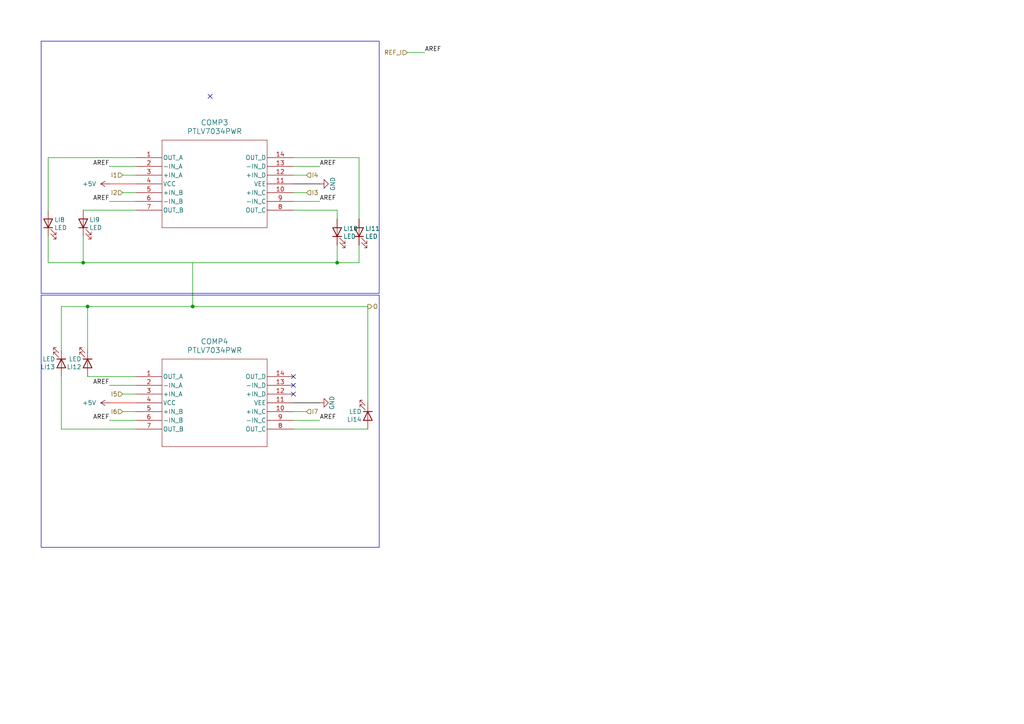
<source format=kicad_sch>
(kicad_sch (version 20231120) (generator "eeschema") (generator_version "8.0")
  (paper "A4")
  (title_block (title "BUCKY LIGHT") (date "2024-05-09") (rev "V1") (company "koen1711"))
  (lib_symbols
    (symbol "ANALOG_COMP:PTLV7034PWR" (pin_names (offset 0.254))
      (property "Reference" "U" (at 22.86 10.16 0))
      (property "Value" "PTLV7034PWR" (at 22.86 7.62 0))
      (symbol "PTLV7034PWR_0_1"
        (polyline (pts (xy 7.62 -20.32) (xy 38.1 -20.32)) (stroke (width 0.127)))
        (polyline (pts (xy 7.62 5.08) (xy 7.62 -20.32)) (stroke (width 0.127)))
        (polyline (pts (xy 38.1 -20.32) (xy 38.1 5.08)) (stroke (width 0.127)))
        (polyline (pts (xy 38.1 5.08) (xy 7.62 5.08)) (stroke (width 0.127)))
        (pin output line (at 0 0 0) (length 7.62) (name "OUT_A") (number "1"))
        (pin input line (at 45.72 -10.16 180) (length 7.62) (name "+IN_C") (number "10"))
        (pin power_in line (at 45.72 -7.62 180) (length 7.62) (name "VEE") (number "11"))
        (pin input line (at 45.72 -5.08 180) (length 7.62) (name "+IN_D") (number "12"))
        (pin input line (at 45.72 -2.54 180) (length 7.62) (name "-IN_D") (number "13"))
        (pin output line (at 45.72 0 180) (length 7.62) (name "OUT_D") (number "14"))
        (pin input line (at 0 -2.54 0) (length 7.62) (name "-IN_A") (number "2"))
        (pin input line (at 0 -5.08 0) (length 7.62) (name "+IN_A") (number "3"))
        (pin power_in line (at 0 -7.62 0) (length 7.62) (name "VCC") (number "4"))
        (pin input line (at 0 -10.16 0) (length 7.62) (name "+IN_B") (number "5"))
        (pin input line (at 0 -12.7 0) (length 7.62) (name "-IN_B") (number "6"))
        (pin output line (at 0 -15.24 0) (length 7.62) (name "OUT_B") (number "7"))
        (pin output line (at 45.72 -15.24 180) (length 7.62) (name "OUT_C") (number "8"))
        (pin input line (at 45.72 -12.7 180) (length 7.62) (name "-IN_C") (number "9"))
      )
    )
    (symbol "Device:LED" (pin_numbers hide) (pin_names (offset 1.016) hide)
      (property "Reference" "D" (at 0 2.54 0))
      (property "Value" "LED" (at 0 -2.54 0))
      (symbol "LED_0_1"
        (polyline (pts (xy -1.27 -1.27) (xy -1.27 1.27)) (stroke (width 0.254)))
        (polyline (pts (xy -1.27 0) (xy 1.27 0)))
        (polyline (pts (xy 1.27 -1.27) (xy 1.27 1.27) (xy -1.27 0) (xy 1.27 -1.27)) (stroke (width 0.254)))
        (polyline (pts (xy -3.048 -0.762) (xy -4.572 -2.286) (xy -3.81 -2.286) (xy -4.572 -2.286) (xy -4.572 -1.524)))
        (polyline (pts (xy -1.778 -0.762) (xy -3.302 -2.286) (xy -2.54 -2.286) (xy -3.302 -2.286) (xy -3.302 -1.524)))
      )
      (symbol "LED_1_1"
        (pin passive line (at -3.81 0 0) (length 2.54) (name "K") (number "1"))
        (pin passive line (at 3.81 0 180) (length 2.54) (name "A") (number "2"))
      )
    )
    (symbol "power:+5V" (power) (pin_numbers hide) (pin_names (offset 0) hide)
      (property "Value" "+5V" (at 0 3.556 0))
      (symbol "+5V_0_1"
        (polyline (pts (xy -0.762 1.27) (xy 0 2.54)))
        (polyline (pts (xy 0 0) (xy 0 2.54)))
        (polyline (pts (xy 0 2.54) (xy 0.762 1.27)))
      )
      (symbol "+5V_1_1"
        (pin power_in line (at 0 0 90) (length 0) (name "~") (number "1"))
      )
    )
    (symbol "power:GND" (power) (pin_numbers hide) (pin_names (offset 0) hide)
      (property "Value" "GND" (at 0 -3.81 0))
      (symbol "GND_0_1"
        (polyline (pts (xy 0 0) (xy 0 -1.27) (xy 1.27 -1.27) (xy 0 -2.54) (xy -1.27 -1.27) (xy 0 -1.27)))
      )
      (symbol "GND_1_1"
        (pin power_in line (at 0 0 270) (length 0) (name "~") (number "1"))
      )
    )
  )
  (junction (at 25.4 88.9))
  (junction (at 24.13 76.2))
  (junction (at 97.79 76.2))
  (junction (at 55.88 88.9))
  (no_connect (at 85.09 111.76))
  (no_connect (at 85.09 114.3))
  (no_connect (at 60.96 27.94))
  (no_connect (at 85.09 109.22))
  (wire (pts (xy 118.11 15.24) (xy 123.19 15.24)))
  (wire (pts (xy 31.75 58.42) (xy 39.37 58.42)))
  (wire (pts (xy 104.14 71.12) (xy 104.14 76.2)))
  (wire (pts (xy 31.75 111.76) (xy 39.37 111.76)))
  (wire (pts (xy 39.37 60.96) (xy 24.13 60.96)))
  (wire (pts (xy 31.75 53.34) (xy 39.37 53.34)) (stroke (width 0) (color 255 0 0 1)))
  (wire (pts (xy 88.9 50.8) (xy 85.09 50.8)))
  (wire (pts (xy 17.78 124.46) (xy 17.78 109.22)))
  (wire (pts (xy 97.79 60.96) (xy 97.79 63.5)))
  (wire (pts (xy 35.56 55.88) (xy 39.37 55.88)))
  (wire (pts (xy 104.14 45.72) (xy 104.14 63.5)))
  (wire (pts (xy 92.71 121.92) (xy 85.09 121.92)))
  (wire (pts (xy 92.71 48.26) (xy 85.09 48.26)))
  (wire (pts (xy 31.75 48.26) (xy 39.37 48.26)))
  (wire (pts (xy 55.88 76.2) (xy 55.88 88.9)))
  (wire (pts (xy 85.09 60.96) (xy 97.79 60.96)))
  (wire (pts (xy 85.09 124.46) (xy 106.68 124.46)))
  (wire (pts (xy 17.78 101.6) (xy 17.78 88.9)))
  (wire (pts (xy 106.68 88.9) (xy 106.68 116.84)))
  (wire (pts (xy 31.75 116.84) (xy 39.37 116.84)) (stroke (width 0) (color 255 0 0 1)))
  (wire (pts (xy 24.13 68.58) (xy 24.13 76.2)))
  (wire (pts (xy 35.56 50.8) (xy 39.37 50.8)))
  (wire (pts (xy 17.78 124.46) (xy 39.37 124.46)))
  (wire (pts (xy 88.9 55.88) (xy 85.09 55.88)))
  (wire (pts (xy 25.4 88.9) (xy 25.4 101.6)))
  (wire (pts (xy 25.4 109.22) (xy 39.37 109.22)))
  (wire (pts (xy 13.97 76.2) (xy 13.97 68.58)))
  (wire (pts (xy 24.13 76.2) (xy 97.79 76.2)))
  (wire (pts (xy 55.88 88.9) (xy 106.68 88.9)))
  (wire (pts (xy 97.79 76.2) (xy 104.14 76.2)))
  (wire (pts (xy 88.9 119.38) (xy 85.09 119.38)))
  (wire (pts (xy 85.09 116.84) (xy 92.71 116.84)) (stroke (width 0) (color 0 0 0 1)))
  (wire (pts (xy 97.79 71.12) (xy 97.79 76.2)))
  (wire (pts (xy 35.56 119.38) (xy 39.37 119.38)))
  (wire (pts (xy 13.97 76.2) (xy 24.13 76.2)))
  (wire (pts (xy 17.78 88.9) (xy 25.4 88.9)))
  (wire (pts (xy 104.14 45.72) (xy 85.09 45.72)))
  (wire (pts (xy 13.97 45.72) (xy 13.97 60.96)))
  (wire (pts (xy 92.71 58.42) (xy 85.09 58.42)))
  (wire (pts (xy 25.4 88.9) (xy 55.88 88.9)))
  (wire (pts (xy 85.09 53.34) (xy 92.71 53.34)) (stroke (width 0) (color 0 0 0 1)))
  (wire (pts (xy 35.56 114.3) (xy 39.37 114.3)))
  (wire (pts (xy 13.97 45.72) (xy 39.37 45.72)))
  (wire (pts (xy 31.75 121.92) (xy 39.37 121.92)))
  (rectangle (start 11.938 11.938) (end 109.982 85.09))
  (rectangle (start 11.938 85.598) (end 109.982 158.75))
  (label "AREF" (at 31.75 111.76 180))
  (label "AREF" (at 31.75 48.26 180))
  (label "AREF" (at 92.71 121.92 0))
  (label "AREF" (at 92.71 48.26 0))
  (label "AREF" (at 31.75 58.42 180))
  (label "AREF" (at 31.75 121.92 180))
  (label "AREF" (at 123.19 15.24 0))
  (label "AREF" (at 92.71 58.42 0))
  (hierarchical_label "I4" (shape input) (at 88.9 50.8 0))
  (hierarchical_label "I3" (shape input) (at 88.9 55.88 0))
  (hierarchical_label "I7" (shape input) (at 88.9 119.38 0))
  (hierarchical_label "I1" (shape input) (at 35.56 50.8 180))
  (hierarchical_label "I5" (shape input) (at 35.56 114.3 180))
  (hierarchical_label "REF_I" (shape input) (at 118.11 15.24 180))
  (hierarchical_label "O" (shape output) (at 106.68 88.9 0))
  (hierarchical_label "I6" (shape input) (at 35.56 119.38 180))
  (hierarchical_label "I2" (shape input) (at 35.56 55.88 180))
  (symbol (lib_id "ANALOG_COMP:PTLV7034PWR") (at 39.37 45.72 0) (unit 1)
    (property "Reference" "COMP1" (at 62.23 35.56 0) (effects (font (size 1.524 1.524))))
    (property "Value" "PTLV7034PWR" (at 62.23 38.1 0) (effects (font (size 1.524 1.524))))
    (property "Footprint" "BUCKY_LIGHT:ANALOG_COMP" (effects (hide yes)))
    (property "Datasheet" "PTLV7034PWR" (effects (hide yes)))
    (instances (project "BUCKY_LIGHT" (path "" (reference "COMP3") (unit 1)) (path "" (reference "COMP7") (unit 1)) (path "" (reference "COMP1") (unit 1)) (path "" (reference "COMP5") (unit 1))))
  )
  (symbol (lib_id "power:+5V") (at 31.75 53.34 90) (unit 1)
    (property "Reference" "#PWR021" (effects (hide yes)))
    (property "Value" "+5V" (at 27.94 53.3401 90) (effects (justify left)))
    (property "Description" "Power symbol creates a global label with name \"+5V\"" (effects (hide yes)))
    (instances (project "BUCKY_LIGHT" (path "" (reference "#PWR048") (unit 1)) (path "" (reference "#PWR068") (unit 1)) (path "" (reference "#PWR021") (unit 1)) (path "" (reference "#PWR066") (unit 1))))
  )
  (symbol (lib_id "Device:LED") (at 106.68 120.65 270) (unit 1)
    (property "Reference" "LI7" (at 104.902 121.666 90) (effects (justify right)))
    (property "Value" "LED" (at 104.902 119.38 90) (effects (justify right)))
    (property "Footprint" "LED_SMD:LED_0603_1608Metric" (effects (hide yes)))
    (property "Datasheet" "https://nl.mouser.com/ProductDetail/Cree-LED/CLM3C-RKW-CUaVbAA3?qs=3AcK5DacLboV%2FnWADc0w3A%3D%3D" (effects (hide yes)))
    (instances (project "BUCKY_LIGHT" (path "" (reference "LI14") (unit 1)) (path "" (reference "LI28") (unit 1)) (path "" (reference "LI7") (unit 1)) (path "" (reference "LI21") (unit 1))))
  )
  (symbol (lib_id "Device:LED") (at 17.78 105.41 270) (unit 1)
    (property "Reference" "LI6" (at 16.002 106.426 90) (effects (justify right)))
    (property "Value" "LED" (at 16.002 104.14 90) (effects (justify right)))
    (property "Footprint" "LED_SMD:LED_0603_1608Metric" (effects (hide yes)))
    (property "Datasheet" "https://nl.mouser.com/ProductDetail/Cree-LED/CLM3C-RKW-CUaVbAA3?qs=3AcK5DacLboV%2FnWADc0w3A%3D%3D" (effects (hide yes)))
    (instances (project "BUCKY_LIGHT" (path "" (reference "LI13") (unit 1)) (path "" (reference "LI27") (unit 1)) (path "" (reference "LI6") (unit 1)) (path "" (reference "LI20") (unit 1))))
  )
  (symbol (lib_id "Device:LED") (at 24.13 64.77 90) (unit 1)
    (property "Reference" "LI2" (at 25.908 63.754 90) (effects (justify right)))
    (property "Value" "LED" (at 25.908 66.04 90) (effects (justify right)))
    (property "Footprint" "LED_SMD:LED_0603_1608Metric" (effects (hide yes)))
    (property "Datasheet" "https://nl.mouser.com/ProductDetail/Cree-LED/CLM3C-RKW-CUaVbAA3?qs=3AcK5DacLboV%2FnWADc0w3A%3D%3D" (effects (hide yes)))
    (instances (project "BUCKY_LIGHT" (path "" (reference "LI9") (unit 1)) (path "" (reference "LI23") (unit 1)) (path "" (reference "LI2") (unit 1)) (path "" (reference "LI16") (unit 1))))
  )
  (symbol (lib_id "Device:LED") (at 13.97 64.77 90) (unit 1)
    (property "Reference" "LI1" (at 15.748 63.754 90) (effects (justify right)))
    (property "Value" "LED" (at 15.748 66.04 90) (effects (justify right)))
    (property "Footprint" "LED_SMD:LED_0603_1608Metric" (effects (hide yes)))
    (property "Datasheet" "https://nl.mouser.com/ProductDetail/Cree-LED/CLM3C-RKW-CUaVbAA3?qs=3AcK5DacLboV%2FnWADc0w3A%3D%3D" (effects (hide yes)))
    (instances (project "BUCKY_LIGHT" (path "" (reference "LI8") (unit 1)) (path "" (reference "LI22") (unit 1)) (path "" (reference "LI1") (unit 1)) (path "" (reference "LI15") (unit 1))))
  )
  (symbol (lib_id "Device:LED") (at 104.14 67.31 90) (unit 1)
    (property "Reference" "LI4" (at 105.918 66.294 90) (effects (justify right)))
    (property "Value" "LED" (at 105.918 68.58 90) (effects (justify right)))
    (property "Footprint" "LED_SMD:LED_0603_1608Metric" (effects (hide yes)))
    (property "Datasheet" "https://nl.mouser.com/ProductDetail/Cree-LED/CLM3C-RKW-CUaVbAA3?qs=3AcK5DacLboV%2FnWADc0w3A%3D%3D" (effects (hide yes)))
    (instances (project "BUCKY_LIGHT" (path "" (reference "LI11") (unit 1)) (path "" (reference "LI25") (unit 1)) (path "" (reference "LI4") (unit 1)) (path "" (reference "LI18") (unit 1))))
  )
  (symbol (lib_id "power:+5V") (at 31.75 116.84 90) (unit 1)
    (property "Reference" "#PWR018" (effects (hide yes)))
    (property "Value" "+5V" (at 27.94 116.8401 90) (effects (justify left)))
    (property "Description" "Power symbol creates a global label with name \"+5V\"" (effects (hide yes)))
    (instances (project "BUCKY_LIGHT" (path "" (reference "#PWR023") (unit 1)) (path "" (reference "#PWR027") (unit 1)) (path "" (reference "#PWR018") (unit 1)) (path "" (reference "#PWR025") (unit 1))))
  )
  (symbol (lib_id "Device:LED") (at 25.4 105.41 270) (unit 1)
    (property "Reference" "LI5" (at 23.622 106.426 90) (effects (justify right)))
    (property "Value" "LED" (at 23.622 104.14 90) (effects (justify right)))
    (property "Footprint" "LED_SMD:LED_0603_1608Metric" (effects (hide yes)))
    (property "Datasheet" "https://nl.mouser.com/ProductDetail/Cree-LED/CLM3C-RKW-CUaVbAA3?qs=3AcK5DacLboV%2FnWADc0w3A%3D%3D" (effects (hide yes)))
    (instances (project "BUCKY_LIGHT" (path "" (reference "LI12") (unit 1)) (path "" (reference "LI26") (unit 1)) (path "" (reference "LI5") (unit 1)) (path "" (reference "LI19") (unit 1))))
  )
  (symbol (lib_id "ANALOG_COMP:PTLV7034PWR") (at 39.37 109.22 0) (unit 1)
    (property "Reference" "COMP2" (at 62.23 99.06 0) (effects (font (size 1.524 1.524))))
    (property "Value" "PTLV7034PWR" (at 62.23 101.6 0) (effects (font (size 1.524 1.524))))
    (property "Footprint" "BUCKY_LIGHT:ANALOG_COMP" (effects (hide yes)))
    (property "Datasheet" "PTLV7034PWR" (effects (hide yes)))
    (instances (project "" (path "" (reference "COMP4") (unit 1)) (path "" (reference "COMP8") (unit 1)) (path "" (reference "COMP2") (unit 1)) (path "" (reference "COMP6") (unit 1))))
  )
  (symbol (lib_id "power:GND") (at 92.71 53.34 90) (unit 1)
    (property "Reference" "#PWR020" (effects (hide yes)))
    (property "Value" "GND" (at 96.52 51.308 0) (effects (justify right)))
    (property "Description" "Power symbol creates a global label with name \"GND\" , ground" (effects (hide yes)))
    (instances (project "BUCKY_LIGHT" (path "" (reference "#PWR047") (unit 1)) (path "" (reference "#PWR067") (unit 1)) (path "" (reference "#PWR020") (unit 1)) (path "" (reference "#PWR065") (unit 1))))
  )
  (symbol (lib_id "power:GND") (at 92.71 116.84 90) (unit 1)
    (property "Reference" "#PWR022" (effects (hide yes)))
    (property "Value" "GND" (at 96.266 114.808 0) (effects (justify right)))
    (property "Description" "Power symbol creates a global label with name \"GND\" , ground" (effects (hide yes)))
    (instances (project "BUCKY_LIGHT" (path "" (reference "#PWR042") (unit 1)) (path "" (reference "#PWR050") (unit 1)) (path "" (reference "#PWR022") (unit 1)) (path "" (reference "#PWR049") (unit 1))))
  )
  (symbol (lib_id "Device:LED") (at 97.79 67.31 90) (unit 1)
    (property "Reference" "LI3" (at 99.568 66.294 90) (effects (justify right)))
    (property "Value" "LED" (at 99.568 68.58 90) (effects (justify right)))
    (property "Footprint" "LED_SMD:LED_0603_1608Metric" (effects (hide yes)))
    (property "Datasheet" "https://nl.mouser.com/ProductDetail/Cree-LED/CLM3C-RKW-CUaVbAA3?qs=3AcK5DacLboV%2FnWADc0w3A%3D%3D" (effects (hide yes)))
    (instances (project "BUCKY_LIGHT" (path "" (reference "LI10") (unit 1)) (path "" (reference "LI24") (unit 1)) (path "" (reference "LI3") (unit 1)) (path "" (reference "LI17") (unit 1))))
  )
)
</source>
